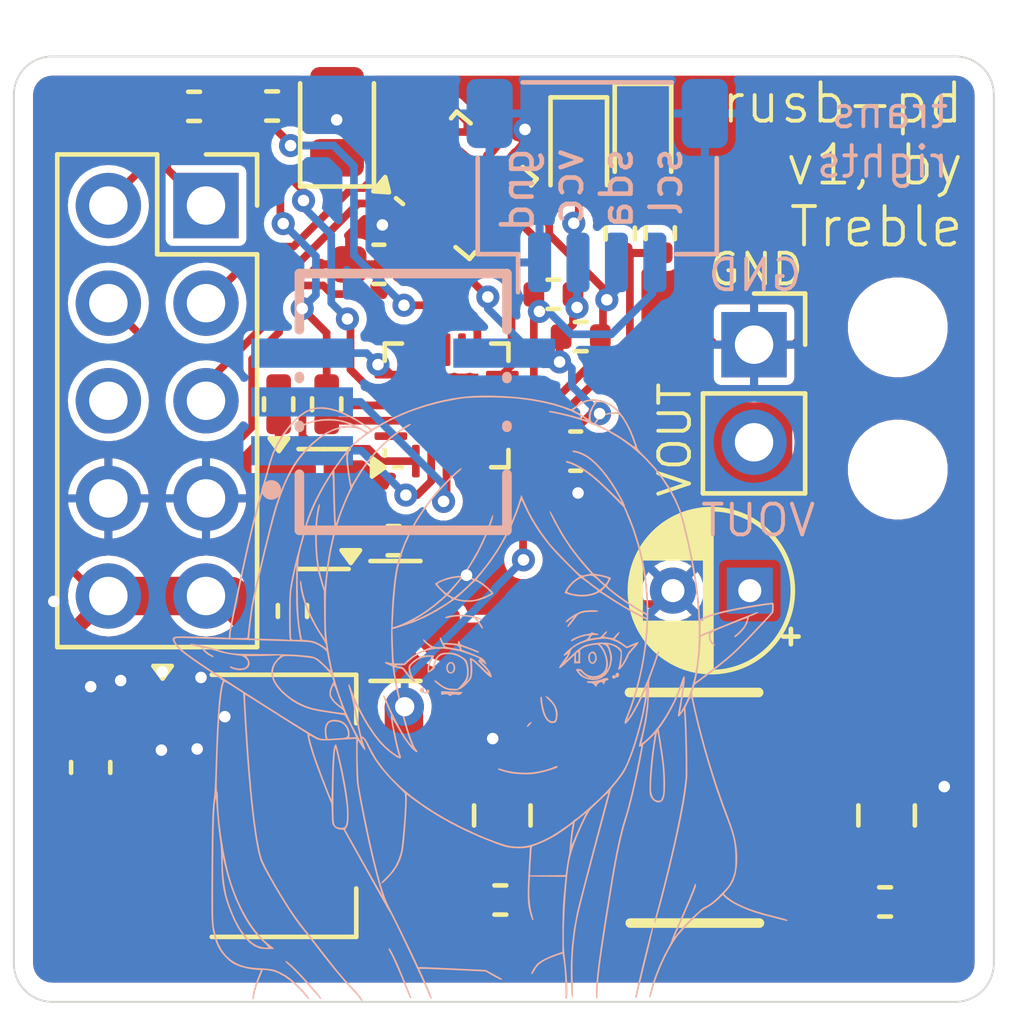
<source format=kicad_pcb>
(kicad_pcb (version 20240108) (generator "pcbnew") (generator_version "8.0")
  (layers (0 "F.Cu" signal) (31 "B.Cu" signal) (34 "B.Paste" user) (35 "F.Paste" user) (36 "B.SilkS" user "B.Silkscreen") (37 "F.SilkS" user "F.Silkscreen") (38 "B.Mask" user) (39 "F.Mask" user) (44 "Edge.Cuts" user))
  (net 0 "")
  (net 1 "GND")
  (net 2 "+3.3V")
  (net 3 "/CC2")
  (net 4 "/D+")
  (net 5 "/SBU2")
  (net 6 "/CC1")
  (net 7 "/SWIO")
  (net 8 "/TYPEC_VBUS")
  (net 9 "/D-")
  (net 10 "/F_SDA")
  (net 11 "/F_SCL")
  (net 12 "VBUS")
  (net 15 "/F_INT")
  (net 17 "/DPU")
  (net 19 "/VBUS_ADC")
  (net 22 "Net-(C1-Pad1)")
  (net 23 "Net-(C3-Pad1)")
  (net 25 "Net-(Q1-D)")
  (net 26 "Net-(Q1-G)")
  (net 27 "Net-(Q2-C)")
  (net 28 "Net-(Q2-B)")
  (net 29 "/VBUS_EN")
  (net 30 "Net-(D2-A)")
  (net 31 "/LED")
  (net 32 "Net-(D3-K)")
  (net 33 "/CFG2")
  (net 34 "/CFG3")
  (net 35 "/CFG1")
  (footprint "Connector_PinSocket_2.54mm:PinSocket_2x05_P2.54mm_Vertical" (layer "F.Cu") (at 138.5 103.98)
    (property "Reference" "J1" (hide yes))
    (property "Value" "Conn_02x05_Counter_Clockwise" (hide yes))
    (pad "1" thru_hole rect (at 0 0) (size 1.7 1.7) (drill 1) (layers "*.Cu" "*.Mask") (net 9 "/D-"))
    (pad "2" thru_hole oval (at -2.54 0) (size 1.7 1.7) (drill 1) (layers "*.Cu" "*.Mask") (net 4 "/D+"))
    (pad "3" thru_hole oval (at 0 2.54) (size 1.7 1.7) (drill 1) (layers "*.Cu" "*.Mask") (net 6 "/CC1"))
    (pad "4" thru_hole oval (at -2.54 2.54) (size 1.7 1.7) (drill 1) (layers "*.Cu" "*.Mask") (net 7 "/SWIO"))
    (pad "5" thru_hole oval (at 0 5.08) (size 1.7 1.7) (drill 1) (layers "*.Cu" "*.Mask") (net 3 "/CC2"))
    (pad "6" thru_hole oval (at -2.54 5.08) (size 1.7 1.7) (drill 1) (layers "*.Cu" "*.Mask") (net 5 "/SBU2"))
    (pad "7" thru_hole oval (at 0 7.62) (size 1.7 1.7) (drill 1) (layers "*.Cu" "*.Mask") (net 1 "GND"))
    (pad "8" thru_hole oval (at -2.54 7.62) (size 1.7 1.7) (drill 1) (layers "*.Cu" "*.Mask") (net 1 "GND"))
    (pad "9" thru_hole oval (at 0 10.16) (size 1.7 1.7) (drill 1) (layers "*.Cu" "*.Mask") (net 8 "/TYPEC_VBUS"))
    (pad "10" thru_hole oval (at -2.54 10.16) (size 1.7 1.7) (drill 1) (layers "*.Cu" "*.Mask") (net 8 "/TYPEC_VBUS"))
  )
  (footprint "Resistor_SMD:R_0402_1005Metric" (layer "F.Cu") (at 147.540007 106.290004)
    (property "Reference" "R2" (hide yes))
    (property "Value" "1K5" (hide yes))
    (pad "1" smd roundrect (at -0.51 0) (size 0.54 0.64) (layers "F.Cu" "F.Paste" "F.Mask") (net 11 "/F_SCL"))
    (pad "2" smd roundrect (at 0.51 0) (size 0.54 0.64) (layers "F.Cu" "F.Paste" "F.Mask") (net 2 "+3.3V"))
  )
  (footprint "Package_DFN_QFN:QFN-20-1EP_3x3mm_P0.4mm_EP1.65x1.65mm" (layer "F.Cu") (at 144.759998 109.179994 90)
    (property "Reference" "U4" (hide yes))
    (property "Value" "CH32V003FxUx" (hide yes))
    (pad "1" smd roundrect (at -1.450002 -0.800003 90) (size 0.85 0.2) (layers "F.Cu" "F.Paste" "F.Mask") (net 29 "/VBUS_EN"))
    (pad "2" smd roundrect (at -1.45 -0.4 90) (size 0.85 0.2) (layers "F.Cu" "F.Paste" "F.Mask") (net 35 "/CFG1"))
    (pad "3" smd roundrect (at -1.450006 0.000002 90) (size 0.85 0.2) (layers "F.Cu" "F.Paste" "F.Mask") (net 33 "/CFG2"))
    (pad "4" smd roundrect (at -1.450002 0.399999 90) (size 0.85 0.2) (layers "F.Cu" "F.Paste" "F.Mask") (net 1 "GND"))
    (pad "5" smd roundrect (at -1.450007 0.799996 90) (size 0.85 0.2) (layers "F.Cu" "F.Paste" "F.Mask"))
    (pad "6" smd roundrect (at -0.800003 1.450002 90) (size 0.2 0.85) (layers "F.Cu" "F.Paste" "F.Mask") (net 2 "+3.3V"))
    (pad "7" smd roundrect (at -0.4 1.45 90) (size 0.2 0.85) (layers "F.Cu" "F.Paste" "F.Mask") (net 31 "/LED"))
    (pad "8" smd roundrect (at 0.000002 1.450006 90) (size 0.2 0.85) (layers "F.Cu" "F.Paste" "F.Mask") (net 10 "/F_SDA"))
    (pad "9" smd roundrect (at 0.399999 1.450002 90) (size 0.2 0.85) (layers "F.Cu" "F.Paste" "F.Mask") (net 11 "/F_SCL"))
    (pad "10" smd roundrect (at 0.799996 1.450007 90) (size 0.2 0.85) (layers "F.Cu" "F.Paste" "F.Mask") (net 15 "/F_INT"))
    (pad "11" smd roundrect (at 1.450002 0.800003 90) (size 0.85 0.2) (layers "F.Cu" "F.Paste" "F.Mask") (net 19 "/VBUS_ADC"))
    (pad "12" smd roundrect (at 1.45 0.4 90) (size 0.85 0.2) (layers "F.Cu" "F.Paste" "F.Mask"))
    (pad "13" smd roundrect (at 1.450006 -0.000002 90) (size 0.85 0.2) (layers "F.Cu" "F.Paste" "F.Mask"))
    (pad "14" smd roundrect (at 1.450002 -0.399999 90) (size 0.85 0.2) (layers "F.Cu" "F.Paste" "F.Mask"))
    (pad "15" smd roundrect (at 1.450007 -0.799996 90) (size 0.85 0.2) (layers "F.Cu" "F.Paste" "F.Mask") (net 7 "/SWIO"))
    (pad "16" smd roundrect (at 0.800003 -1.450002 90) (size 0.2 0.85) (layers "F.Cu" "F.Paste" "F.Mask") (net 34 "/CFG3"))
    (pad "17" smd roundrect (at 0.4 -1.45 90) (size 0.2 0.85) (layers "F.Cu" "F.Paste" "F.Mask") (net 4 "/D+"))
    (pad "18" smd roundrect (at -0.000002 -1.450006 90) (size 0.2 0.85) (layers "F.Cu" "F.Paste" "F.Mask") (net 9 "/D-"))
    (pad "19" smd roundrect (at -0.399999 -1.450002 90) (size 0.2 0.85) (layers "F.Cu" "F.Paste" "F.Mask") (net 17 "/DPU"))
    (pad "20" smd roundrect (at -0.799996 -1.450007 90) (size 0.2 0.85) (layers "F.Cu" "F.Paste" "F.Mask"))
    (pad "21" smd rect (at 0 0 90) (size 1.65 1.65) (property pad_prop_heatsink) (layers "F.Cu" "F.Mask") (net 1 "GND"))
  )
  (footprint "Capacitor_SMD:C_0603_1608Metric" (layer "F.Cu") (at 143 105.51 180)
    (property "Reference" "C5" (hide yes))
    (property "Value" "100n")
    (pad "1" smd roundrect (at -0.775 0 180) (size 0.9 0.95) (layers "F.Cu" "F.Paste" "F.Mask") (net 2 "+3.3V"))
    (pad "2" smd roundrect (at 0.775 0 180) (size 0.9 0.95) (layers "F.Cu" "F.Paste" "F.Mask") (net 1 "GND"))
  )
  (footprint "Package_DFN_QFN:WQFN-14-1EP_2.5x2.5mm_P0.5mm_EP1.45x1.45mm" (layer "F.Cu") (at 145.190007 103.452504 50)
    (property "Reference" "U3" (hide yes))
    (property "Value" "FUSB302BMPX" (hide yes))
    (pad "1" smd roundrect (at -1.262501 -0.5 50) (size 0.675 0.25) (layers "F.Cu" "F.Paste" "F.Mask") (net 3 "/CC2"))
    (pad "2" smd roundrect (at -1.262501 -0.000001 50) (size 0.675 0.25) (layers "F.Cu" "F.Paste" "F.Mask"))
    (pad "3" smd roundrect (at -1.2625 0.499999 50) (size 0.675 0.25) (layers "F.Cu" "F.Paste" "F.Mask") (net 2 "+3.3V"))
    (pad "4" smd roundrect (at -0.75 1.2625 50) (size 0.25 0.675) (layers "F.Cu" "F.Paste" "F.Mask") (net 2 "+3.3V"))
    (pad "5" smd roundrect (at -0.250001 1.2625 50) (size 0.25 0.675) (layers "F.Cu" "F.Paste" "F.Mask") (net 15 "/F_INT"))
    (pad "6" smd roundrect (at 0.250001 1.262501 50) (size 0.25 0.675) (layers "F.Cu" "F.Paste" "F.Mask") (net 11 "/F_SCL"))
    (pad "7" smd roundrect (at 0.749999 1.262499 50) (size 0.25 0.675) (layers "F.Cu" "F.Paste" "F.Mask") (net 10 "/F_SDA"))
    (pad "8" smd roundrect (at 1.262501 0.5 50) (size 0.675 0.25) (layers "F.Cu" "F.Paste" "F.Mask") (net 1 "GND"))
    (pad "9" smd roundrect (at 1.262501 0.000001 50) (size 0.675 0.25) (layers "F.Cu" "F.Paste" "F.Mask") (net 1 "GND"))
    (pad "10" smd roundrect (at 1.2625 -0.499999 50) (size 0.675 0.25) (layers "F.Cu" "F.Paste" "F.Mask") (net 6 "/CC1"))
    (pad "11" smd roundrect (at 0.75 -1.2625 50) (size 0.25 0.675) (layers "F.Cu" "F.Paste" "F.Mask") (net 6 "/CC1"))
    (pad "12" smd roundrect (at 0.250001 -1.2625 50) (size 0.25 0.675) (layers "F.Cu" "F.Paste" "F.Mask"))
    (pad "13" smd roundrect (at -0.250001 -1.262501 50) (size 0.25 0.675) (layers "F.Cu" "F.Paste" "F.Mask"))
    (pad "14" smd roundrect (at -0.749999 -1.262499 50) (size 0.25 0.675) (layers "F.Cu" "F.Paste" "F.Mask") (net 3 "/CC2"))
    (pad "15" smd rect (at 0 0 50) (size 1.45 1.45) (property pad_prop_heatsink) (layers "F.Cu" "F.Mask") (net 1 "GND"))
  )
  (footprint "MountingHole:MountingHole_2.1mm" (layer "F.Cu") (at 156.5 110.85)
    (property "Reference" "REF**" (hide yes))
    (property "Value" "MountingHole_2.1mm" (hide yes))
    (pad "" np_thru_hole circle (at 0 0) (size 2.1 2.1) (drill 2.1) (layers "*.Cu" "*.Mask"))
  )
  (footprint "Capacitor_THT:CP_Radial_D4.0mm_P2.00mm" (layer "F.Cu") (at 152.65 114 180)
    (property "Reference" "C4" (hide yes))
    (property "Value" "C_Polarized_Small" (hide yes))
    (pad "1" thru_hole rect (at 0 0 180) (size 1.2 1.2) (drill 0.6) (layers "*.Cu" "*.Mask") (net 12 "VBUS"))
    (pad "2" thru_hole circle (at 2 0 180) (size 1.2 1.2) (drill 0.6) (layers "*.Cu" "*.Mask") (net 1 "GND"))
  )
  (footprint "Capacitor_SMD:C_0805_2012Metric" (layer "F.Cu") (at 146.21 119.85 90)
    (property "Reference" "C1" (hide yes))
    (property "Value" "11n" (hide yes))
    (pad "1" smd roundrect (at -0.949998 0.000002 90) (size 1 1.45) (layers "F.Cu" "F.Paste" "F.Mask") (net 22 "Net-(C1-Pad1)"))
    (pad "2" smd roundrect (at 0.949998 -0.000002 90) (size 1 1.45) (layers "F.Cu" "F.Paste" "F.Mask") (net 1 "GND"))
  )
  (footprint "Capacitor_SMD:C_0805_2012Metric" (layer "F.Cu") (at 156.21 119.85 90)
    (property "Reference" "C3" (hide yes))
    (property "Value" "11n" (hide yes))
    (pad "1" smd roundrect (at -0.949998 0.000002 90) (size 1 1.45) (layers "F.Cu" "F.Paste" "F.Mask") (net 23 "Net-(C3-Pad1)"))
    (pad "2" smd roundrect (at 0.949998 -0.000002 90) (size 1 1.45) (layers "F.Cu" "F.Paste" "F.Mask") (net 1 "GND"))
  )
  (footprint "Resistor_SMD:R_0402_1005Metric" (layer "F.Cu") (at 140.75 114.53 -90)
    (property "Reference" "R8" (hide yes))
    (property "Value" "1K5")
    (pad "1" smd roundrect (at -0.51 0 270) (size 0.54 0.64) (layers "F.Cu" "F.Paste" "F.Mask") (net 26 "Net-(Q1-G)"))
    (pad "2" smd roundrect (at 0.51 0 270) (size 0.54 0.64) (layers "F.Cu" "F.Paste" "F.Mask") (net 8 "/TYPEC_VBUS"))
  )
  (footprint "Library:IND-SMD_L6.0-W6.0_FNR60XXS" (layer "F.Cu") (at 151.21 119.650004)
    (property "Reference" "L1" (hide yes))
    (property "Value" "30u" (hide yes))
    (pad "1" smd rect (at -2.349996 0.009998) (size 2.5 5.7) (layers "F.Cu" "F.Paste" "F.Mask") (net 25 "Net-(Q1-D)"))
    (pad "2" smd rect (at 2.349996 -0.009998) (size 2.5 5.7) (layers "F.Cu" "F.Paste" "F.Mask") (net 12 "VBUS"))
  )
  (footprint "Resistor_SMD:R_0402_1005Metric" (layer "F.Cu") (at 150.32 104.7 -90)
    (property "Reference" "R11" (hide yes))
    (property "Value" "5.1K")
    (pad "1" smd roundrect (at -0.51 0 270) (size 0.54 0.64) (layers "F.Cu" "F.Paste" "F.Mask") (net 30 "Net-(D2-A)"))
    (pad "2" smd roundrect (at 0.51 0 270) (size 0.54 0.64) (layers "F.Cu" "F.Paste" "F.Mask") (net 31 "/LED"))
  )
  (footprint "Resistor_SMD:R_0402_1005Metric" (layer "F.Cu") (at 140.39 109.15 -90)
    (property "Reference" "R10" (hide yes))
    (property "Value" "1K5")
    (pad "1" smd roundrect (at -0.51 0 270) (size 0.54 0.64) (layers "F.Cu" "F.Paste" "F.Mask") (net 29 "/VBUS_EN"))
    (pad "2" smd roundrect (at 0.51 0 270) (size 0.54 0.64) (layers "F.Cu" "F.Paste" "F.Mask") (net 28 "Net-(Q2-B)"))
  )
  (footprint "Package_TO_SOT_SMD:SOT-23" (layer "F.Cu") (at 143.43 114.79)
    (property "Reference" "Q1" (hide yes))
    (property "Value" "AO3401")
    (pad "1" smd roundrect (at -0.9375 -0.95) (size 1.475 0.6) (layers "F.Cu" "F.Paste" "F.Mask") (net 26 "Net-(Q1-G)"))
    (pad "2" smd roundrect (at -0.9375 0.95) (size 1.475 0.6) (layers "F.Cu" "F.Paste" "F.Mask") (net 8 "/TYPEC_VBUS"))
    (pad "3" smd roundrect (at 0.9375 0) (size 1.475 0.6) (layers "F.Cu" "F.Paste" "F.Mask") (net 25 "Net-(Q1-D)"))
  )
  (footprint "Resistor_SMD:R_0402_1005Metric" (layer "F.Cu") (at 156.17 122.1 180)
    (property "Reference" "R6" (hide yes))
    (property "Value" "50" (hide yes))
    (pad "1" smd roundrect (at -0.51 0 180) (size 0.54 0.64) (layers "F.Cu" "F.Paste" "F.Mask") (net 23 "Net-(C3-Pad1)"))
    (pad "2" smd roundrect (at 0.51 0 180) (size 0.54 0.64) (layers "F.Cu" "F.Paste" "F.Mask") (net 12 "VBUS"))
  )
  (footprint "Resistor_SMD:R_0402_1005Metric" (layer "F.Cu") (at 149.28 104.71 -90)
    (property "Reference" "R12" (hide yes))
    (property "Value" "5.1K")
    (pad "1" smd roundrect (at -0.51 0 270) (size 0.54 0.64) (layers "F.Cu" "F.Paste" "F.Mask") (net 32 "Net-(D3-K)"))
    (pad "2" smd roundrect (at 0.51 0 270) (size 0.54 0.64) (layers "F.Cu" "F.Paste" "F.Mask") (net 31 "/LED"))
  )
  (footprint "Package_TO_SOT_SMD:SOT-223-3_TabPin2" (layer "F.Cu") (at 140.5 119.6)
    (property "Reference" "U1" (hide yes))
    (property "Value" "AMS1117-3.3" (hide yes))
    (pad "1" smd roundrect (at -3.15 -2.3) (size 2 1.5) (layers "F.Cu" "F.Paste" "F.Mask") (net 1 "GND"))
    (pad "2" smd roundrect (at -3.15 0) (size 2 1.5) (layers "F.Cu" "F.Paste" "F.Mask") (net 2 "+3.3V"))
    (pad "2" smd roundrect (at 3.15 0) (size 2 3.8) (layers "F.Cu" "F.Paste" "F.Mask") (net 2 "+3.3V"))
    (pad "3" smd roundrect (at -3.15 2.3) (size 2 1.5) (layers "F.Cu" "F.Paste" "F.Mask") (net 8 "/TYPEC_VBUS"))
  )
  (footprint "MountingHole:MountingHole_2.1mm" (layer "F.Cu") (at 156.5 107.15)
    (property "Reference" "REF**" (hide yes))
    (property "Value" "MountingHole_2.1mm" (hide yes))
    (pad "" np_thru_hole circle (at 0 0) (size 2.1 2.1) (drill 2.1) (layers "F&B.Cu" "*.Mask"))
  )
  (footprint "Capacitor_SMD:C_0603_1608Metric" (layer "F.Cu") (at 135.5 118.6 90)
    (property "Reference" "C2" (hide yes))
    (property "Value" "1u" (hide yes))
    (pad "1" smd roundrect (at -0.775 0.000002 90) (size 0.9 0.95) (layers "F.Cu" "F.Paste" "F.Mask") (net 2 "+3.3V"))
    (pad "2" smd roundrect (at 0.775 -0.000002 90) (size 0.9 0.95) (layers "F.Cu" "F.Paste" "F.Mask") (net 1 "GND"))
  )
  (footprint "LED_SMD:LED_0603_1608Metric" (layer "F.Cu") (at 148.2 102.65 -90)
    (property "Reference" "D3" (hide yes))
    (property "Value" "LED2")
    (pad "1" smd roundrect (at -0.7875 0 270) (size 0.875 0.95) (layers "F.Cu" "F.Paste" "F.Mask") (net 32 "Net-(D3-K)"))
    (pad "2" smd roundrect (at 0.7875 0 270) (size 0.875 0.95) (layers "F.Cu" "F.Paste" "F.Mask") (net 2 "+3.3V"))
  )
  (footprint "Package_TO_SOT_SMD:SOT-23" (layer "F.Cu") (at 141.56 111.8775)
    (property "Reference" "Q2" (hide yes))
    (property "Value" "BC847")
    (pad "1" smd roundrect (at -0.9375 -0.95) (size 1.475 0.6) (layers "F.Cu" "F.Paste" "F.Mask") (net 28 "Net-(Q2-B)"))
    (pad "2" smd roundrect (at -0.9375 0.95) (size 1.475 0.6) (layers "F.Cu" "F.Paste" "F.Mask") (net 1 "GND"))
    (pad "3" smd roundrect (at 0.9375 0) (size 1.475 0.6) (layers "F.Cu" "F.Paste" "F.Mask") (net 27 "Net-(Q2-C)"))
  )
  (footprint "Diode_SMD:D_0805_2012Metric" (layer "F.Cu") (at 141.91 101.8 90)
    (property "Reference" "D1" (hide yes))
    (property "Value" "3V6")
    (pad "1" smd roundrect (at -0.9375 0 90) (size 0.975 1.4) (layers "F.Cu" "F.Paste" "F.Mask") (net 19 "/VBUS_ADC"))
    (pad "2" smd roundrect (at 0.9375 0 90) (size 0.975 1.4) (layers "F.Cu" "F.Paste" "F.Mask") (net 1 "GND"))
  )
  (footprint "Resistor_SMD:R_0402_1005Metric" (layer "F.Cu") (at 140.22 101.39)
    (property "Reference" "R3" (hide yes))
    (property "Value" "1K5")
    (pad "1" smd roundrect (at -0.51 0) (size 0.54 0.64) (layers "F.Cu" "F.Paste" "F.Mask") (net 19 "/VBUS_ADC"))
    (pad "2" smd roundrect (at 0.51 0) (size 0.54 0.64) (layers "F.Cu" "F.Paste" "F.Mask") (net 1 "GND"))
  )
  (footprint "Resistor_SMD:R_0402_1005Metric" (layer "F.Cu") (at 148.25 107.39 180)
    (property "Reference" "R1" (hide yes))
    (property "Value" "1K5" (hide yes))
    (pad "1" smd roundrect (at -0.51 0 180) (size 0.54 0.64) (layers "F.Cu" "F.Paste" "F.Mask") (net 10 "/F_SDA"))
    (pad "2" smd roundrect (at 0.51 0 180) (size 0.54 0.64) (layers "F.Cu" "F.Paste" "F.Mask") (net 2 "+3.3V"))
  )
  (footprint "Resistor_SMD:R_0402_1005Metric" (layer "F.Cu") (at 141.64 109.15 90)
    (property "Reference" "R5" (hide yes))
    (property "Value" "1.5k" (hide yes))
    (pad "1" smd roundrect (at -0.510001 0 90) (size 0.54 0.64) (layers "F.Cu" "F.Paste" "F.Mask") (net 17 "/DPU"))
    (pad "2" smd roundrect (at 0.510001 0 90) (size 0.54 0.64) (layers "F.Cu" "F.Paste" "F.Mask") (net 9 "/D-"))
  )
  (footprint "Resistor_SMD:R_0402_1005Metric" (layer "F.Cu") (at 146.16 122.05)
    (property "Reference" "R7" (hide yes))
    (property "Value" "50" (hide yes))
    (pad "1" smd roundrect (at -0.51 0) (size 0.54 0.64) (layers "F.Cu" "F.Paste" "F.Mask") (net 22 "Net-(C1-Pad1)"))
    (pad "2" smd roundrect (at 0.51 0) (size 0.54 0.64) (layers "F.Cu" "F.Paste" "F.Mask") (net 25 "Net-(Q1-D)"))
  )
  (footprint "LED_SMD:LED_0603_1608Metric" (layer "F.Cu") (at 149.87 102.3 -90)
    (property "Reference" "D2" (hide yes))
    (property "Value" "LED1")
    (pad "1" smd roundrect (at -0.7875 0 270) (size 0.875 0.95) (layers "F.Cu" "F.Paste" "F.Mask") (net 1 "GND"))
    (pad "2" smd roundrect (at 0.7875 0 270) (size 0.875 0.95) (layers "F.Cu" "F.Paste" "F.Mask") (net 30 "Net-(D2-A)"))
  )
  (footprint "Capacitor_SMD:C_0603_1608Metric" (layer "F.Cu") (at 148.12 110.37)
    (property "Reference" "C6" (hide yes))
    (property "Value" "100n")
    (pad "1" smd roundrect (at -0.775 0) (size 0.9 0.95) (layers "F.Cu" "F.Paste" "F.Mask") (net 2 "+3.3V"))
    (pad "2" smd roundrect (at 0.775 0) (size 0.9 0.95) (layers "F.Cu" "F.Paste" "F.Mask") (net 1 "GND"))
  )
  (footprint "Resistor_SMD:R_0402_1005Metric" (layer "F.Cu") (at 138.19 101.4)
    (property "Reference" "R4" (hide yes))
    (property "Value" "15K")
    (pad "1" smd roundrect (at -0.51 0) (size 0.54 0.64) (layers "F.Cu" "F.Paste" "F.Mask") (net 8 "/TYPEC_VBUS"))
    (pad "2" smd roundrect (at 0.51 0) (size 0.54 0.64) (layers "F.Cu" "F.Paste" "F.Mask") (net 19 "/VBUS_ADC"))
  )
  (footprint "Resistor_SMD:R_0402_1005Metric" (layer "F.Cu") (at 143.38 112.7)
    (property "Reference" "R9" (hide yes))
    (property "Value" "4K7")
    (pad "1" smd roundrect (at -0.51 0) (size 0.54 0.64) (layers "F.Cu" "F.Paste" "F.Mask") (net 27 "Net-(Q2-C)"))
    (pad "2" smd roundrect (at 0.51 0) (size 0.54 0.64) (layers "F.Cu" "F.Paste" "F.Mask") (net 26 "Net-(Q1-G)"))
  )
  (footprint "Connector_PinSocket_2.54mm:PinSocket_1x02_P2.54mm_Vertical" (layer "F.Cu") (at 152.76 107.6)
    (property "Reference" "J2" (hide yes))
    (property "Value" "Conn_01x02" (hide yes))
    (pad "1" thru_hole rect (at 0 0) (size 1.7 1.7) (drill 1) (layers "*.Cu" "*.Mask") (net 1 "GND"))
    (pad "2" thru_hole oval (at 0 2.54) (size 1.7 1.7) (drill 1) (layers "*.Cu" "*.Mask") (net 12 "VBUS"))
  )
  (footprint "Connector_JST:JST_SH_SM04B-SRSS-TB_1x04-1MP_P1.00mm_Horizontal" (layer "B.Cu") (at 148.68 103.46)
    (property "Reference" "J3" (hide yes))
    (property "Value" "qwiic")
    (pad "1" smd roundrect (at -1.5 2) (size 0.6 1.55) (layers "B.Cu" "B.Paste" "B.Mask") (net 1 "GND"))
    (pad "2" smd roundrect (at -0.5 2) (size 0.6 1.55) (layers "B.Cu" "B.Paste" "B.Mask") (net 2 "+3.3V"))
    (pad "3" smd roundrect (at 0.5 2) (size 0.6 1.55) (layers "B.Cu" "B.Paste" "B.Mask") (net 10 "/F_SDA"))
    (pad "4" smd roundrect (at 1.5 2) (size 0.6 1.55) (layers "B.Cu" "B.Paste" "B.Mask") (net 11 "/F_SCL"))
    (pad "MP" smd roundrect (at -2.8 -1.875) (size 1.2 1.8) (layers "B.Cu" "B.Paste" "B.Mask") (roundrect_rratio 0.208333) (net 1 "GND"))
    (pad "MP" smd roundrect (at 2.8 -1.875) (size 1.2 1.8) (layers "B.Cu" "B.Paste" "B.Mask") (roundrect_rratio 0.208333) (net 1 "GND"))
  )
  (footprint "rusb-pd-second:SW-SMD_6P-P1.27_EU-03KS" (layer "B.Cu") (at 143.63 109.09 90)
    (property "Reference" "SW1" (hide yes))
    (property "Value" "SW_DIP_x03")
    (pad "1" smd rect (at -1.27 -2.63) (size 2.65 0.76) (layers "B.Cu" "B.Paste" "B.Mask") (net 35 "/CFG1"))
    (pad "2" smd rect (at 0 -2.63) (size 2.65 0.76) (layers "B.Cu" "B.Paste" "B.Mask") (net 33 "/CFG2"))
    (pad "3" smd rect (at 1.27 -2.63) (size 2.65 0.76) (layers "B.Cu" "B.Paste" "B.Mask") (net 34 "/CFG3"))
    (pad "4" smd rect (at 1.27 2.63) (size 2.65 0.76) (layers "B.Cu" "B.Paste" "B.Mask") (net 2 "+3.3V"))
    (pad "5" smd rect (at 0 2.63) (size 2.65 0.76) (layers "B.Cu" "B.Paste" "B.Mask") (net 1 "GND"))
    (pad "6" smd rect (at -1.27 2.63) (size 2.65 0.76) (layers "B.Cu" "B.Paste" "B.Mask") (net 1 "GND"))
  )
  (footprint "rusb-pd-second:frieren_4" (layer "B.Cu") (at 145.64 116.79 180)
    (property "Reference" "G***" (hide yes))
    (property "Value" "LOGO" (hide yes))
  )
  (gr_arc (start 159 123.7) (mid 158.707107 124.407107) (end 158 124.7) (stroke (width 0.05)) (layer "Edge.Cuts"))
  (gr_line (start 158 124.7) (end 134.5 124.7) (stroke (width 0.05)) (layer "Edge.Cuts"))
  (gr_line (start 133.5 123.7) (end 133.5 101.1) (stroke (width 0.05)) (layer "Edge.Cuts"))
  (gr_arc (start 133.5 101.1) (mid 133.792893 100.392893) (end 134.5 100.1) (stroke (width 0.05)) (layer "Edge.Cuts"))
  (gr_line (start 159 101.1) (end 159 123.7) (stroke (width 0.05)) (layer "Edge.Cuts"))
  (gr_arc (start 134.5 124.7) (mid 133.792893 124.407107) (end 133.5 123.7) (stroke (width 0.05)) (layer "Edge.Cuts"))
  (gr_line (start 134.5 100.1) (end 158 100.1) (stroke (width 0.05)) (layer "Edge.Cuts"))
  (gr_arc (start 158 100.1) (mid 158.707107 100.392893) (end 159 101.1) (stroke (width 0.05)) (layer "Edge.Cuts"))
  (gr_text "VOUT" (at 154.42 112.64 0) (layer "B.SilkS") (effects (font (size 0.8 0.8) (thickness 0.1)) (justify left bottom mirror)))
  (gr_text "GND" (at 154.07 106.26 0) (layer "B.SilkS") (effects (font (size 0.8 0.8) (thickness 0.1)) (justify left bottom mirror)))
  (gr_text "trans\nrights" (at 157.88 103.31 0) (layer "B.SilkS") (effects (font (size 0.8 0.8) (thickness 0.1)) (justify left bottom mirror)))
  (gr_text "gnd\nvcc\nsda\nscl" (at 150.94 102.41 90) (layer "B.SilkS") (effects (font (size 0.8 0.8) (thickness 0.12)) (justify left bottom mirror)))
  (gr_text "VOUT" (at 151.17 111.62 90) (layer "F.SilkS") (effects (font (size 0.8 0.8) (thickness 0.1)) (justify left bottom)))
  (gr_text "rusb-pd\nv1, by\nTreble\n" (at 158.27 105.12 0) (layer "F.SilkS") (effects (font (size 1 1) (thickness 0.1)) (justify right bottom)))
  (gr_text "GND" (at 151.53 106.11 0) (layer "F.SilkS") (effects (font (size 0.8 0.8) (thickness 0.1)) (justify left bottom)))
  (segment (start 135.5 116.5) (end 135.5 117.824998) (width 1) (layer "F.Cu") (net 1))
  (segment (start 137.35 117.3) (end 137.24 117.3) (width 1) (layer "F.Cu") (net 1))
  (segment (start 137.35 117.3) (end 137.35 118.14) (width 1) (layer "F.Cu") (net 1))
  (segment (start 146.486901 102) (end 146.001528 102.485373) (width 0.2) (layer "F.Cu") (net 1))
  (segment (start 150.3 114.35) (end 149.74 114.35) (width 0.2) (layer "F.Cu") (net 1))
  (segment (start 141.9 101.750001) (end 141.220001 101.750001) (width 0.2) (layer "F.Cu") (net 1))
  (segment (start 141.220001 101.750001) (end 140.86 101.39) (width 0.2) (layer "F.Cu") (net 1))
  (segment (start 134.2 113.94) (end 134.2 112.45) (width 0.2) (layer "F.Cu") (net 1))
  (segment (start 153.79 107.6) (end 154.06 107.33) (width 0.2) (layer "F.Cu") (net 1))
  (segment (start 140.73 100.9) (end 140.7675 100.8625) (width 0.2) (layer "F.Cu") (net 1))
  (segment (start 137.35 116.12) (end 137.36 116.11) (width 1) (layer "F.Cu") (net 1))
  (segment (start 152.76 107.6) (end 153.79 107.6) (width 0.2) (layer "F.Cu") (net 1))
  (segment (start 152.76 107.6) (end 151.75 107.6) (width 0.2) (layer "F.Cu") (net 1))
  (segment (start 156.209998 118.900002) (end 157.510002 118.900002) (width 1) (layer "F.Cu") (net 1))
  (segment (start 140.73 101.39) (end 140.73 100.9) (width 0.2) (layer "F.Cu") (net 1))
  (segment (start 151.75 107.6) (end 151.45 107.3) (width 0.2) (layer "F.Cu") (net 1))
  (segment (start 137.35 117.3) (end 137.35 116.12) (width 1) (layer "F.Cu") (net 1))
  (segment (start 144.875968 109.708739) (end 145.159997 109.992768) (width 0.2) (layer "F.Cu") (net 1))
  (segment (start 146.209998 118.900002) (end 146.209998 118.099998) (width 1) (layer "F.Cu") (net 1))
  (segment (start 134.54 114.28) (end 134.2 113.94) (width 0.2) (layer "F.Cu") (net 1))
  (segment (start 146.8 102) (end 146.486901 102) (width 0.2) (layer "F.Cu") (net 1))
  (segment (start 137.35 117.3) (end 138.97 117.3) (width 1) (layer "F.Cu") (net 1))
  (segment (start 146.8 102.391315) (end 146.384549 102.806766) (width 0.2) (layer "F.Cu") (net 1))
  (segment (start 137.35 117.3) (end 137.35 117.28) (width 1) (layer "F.Cu") (net 1))
  (segment (start 137.35 118.14) (end 137.34 118.15) (width 1) (layer "F.Cu") (net 1))
  (segment (start 137.45 117.3) (end 138.27 118.12) (width 1) (layer "F.Cu") (net 1))
  (segment (start 146.209998 118.099998) (end 145.96 117.85) (width 1) (layer "F.Cu") (net 1))
  (segment (start 140.7675 100.8625) (end 141.91 100.8625) (width 0.2) (layer "F.Cu") (net 1))
  (segment (start 135.5 117.824998) (end 135.499998 117.825) (width 1) (layer "F.Cu") (net 1))
  (segment (start 157.510002 118.900002) (end 157.71 119.1) (width 1) (layer "F.Cu") (net 1))
  (segment (start 137.35 117.28) (end 138.37 116.26) (width 1) (layer "F.Cu") (net 1))
  (segment (start 137.35 117.3) (end 137.45 117.3) (width 1) (layer "F.Cu") (net 1))
  (segment (start 135.499998 117.825) (end 136.825 117.825) (width 1) (layer "F.Cu") (net 1))
  (segment (start 140.86 101.39) (end 140.73 101.39) (width 0.2) (layer "F.Cu") (net 1))
  (segment (start 150.65 114) (end 150.3 114.35) (width 0.2) (layer "F.Cu") (net 1))
  (segment (start 137.24 117.3) (end 136.28 116.34) (width 1) (layer "F.Cu") (net 1))
  (segment (start 145.159997 109.992768) (end 145.159997 110.629996) (width 0.2) (layer "F.Cu") (net 1))
  (segment (start 137.35 117.3) (end 136.27 117.3) (width 1) (layer "F.Cu") (net 1))
  (segment (start 146.8 102) (end 146.8 102.391315) (width 0.2) (layer "F.Cu") (net 1))
  (segment (start 136.825 117.825) (end 137.35 117.3) (width 1) (layer "F.Cu") (net 1))
  (segment (start 138.97 117.3) (end 138.99 117.28) (width 1) (layer "F.Cu") (net 1))
  (segment (start 136.27 117.3) (end 135.89 116.92) (width 1) (layer "F.Cu") (net 1))
  (via (at 134.54 114.28) (size 0.6) (drill 0.3) (layers "F.Cu" "B.Cu") (net 1))
  (via (at 137.36 116.11) (size 0.6) (drill 0.3) (layers "F.Cu" "B.Cu") (net 1))
  (via (at 141.9 101.750001) (size 0.6) (drill 0.3) (layers "F.Cu" "B.Cu") (net 1))
  (via (at 136.28 116.34) (size 0.6) (drill 0.3) (layers "F.Cu" "B.Cu") (net 1))
  (via (at 138.27 118.12) (size 0.6) (drill 0.3) (layers "F.Cu" "B.Cu") (net 1))
  (via (at 135.5 116.5) (size 0.6) (drill 0.3) (layers "F.Cu" "B.Cu") (net 1))
  (via (at 138.37 116.26) (size 0.6) (drill 0.3) (layers "F.Cu" "B.Cu") (net 1))
  (via (at 146.8 102) (size 0.6) (drill 0.3) (layers "F.Cu" "B.Cu") (net 1))
  (via (at 137.34 118.15) (size 0.6) (drill 0.3) (layers "F.Cu" "B.Cu") (net 1))
  (via (at 145.28 113.6) (size 0.6) (drill 0.3) (layers "F.Cu" "B.Cu") (net 1))
  (via (at 143.09 104.485) (size 0.6) (drill 0.3) (layers "F.Cu" "B.Cu") (net 1))
  (via (at 138.99 117.28) (size 0.6) (drill 0.3) (layers "F.Cu" "B.Cu") (net 1))
  (via (at 157.71 119.1) (size 0.6) (drill 0.3) (layers "F.Cu" "B.Cu") (net 1))
  (via (at 148.18 111.46) (size 0.6) (drill 0.3) (layers "F.Cu" "B.Cu") (net 1))
  (via (at 145.96 117.85) (size 0.6) (drill 0.3) (layers "F.Cu" "B.Cu") (net 1))
  (segment (start 137.125 119.375) (end 137.35 119.6) (width 1) (layer "F.Cu") (net 2))
  (segment (start 145.164817 105.69) (end 144.268557 105.69) (width 0.2) (layer "F.Cu") (net 2))
  (segment (start 148.2 104.31) (end 148.2 103.4375) (width 0.2) (layer "F.Cu") (net 2))
  (segment (start 148.524997 109.395) (end 148.74118 109.395) (width 0.2) (layer "F.Cu") (net 2))
  (segment (start 148.07 104.44) (end 148.2 104.31) (width 0.2) (layer "F.Cu") (net 2))
  (segment (start 135.500002 119.375) (end 137.125 119.375) (width 1) (layer "F.Cu") (net 2))
  (segment (start 143.67 117.02) (end 143.65 117.04) (width 1) (layer "F.Cu") (net 2))
  (segment (start 144.268557 105.69) (end 145.12 104.838557) (width 0.2) (layer "F.Cu") (net 2))
  (segment (start 147.94 109.979997) (end 148.524997 109.395) (width 0.2) (layer "F.Cu") (net 2))
  (segment (start 146.75 113.19) (end 146.75 110.965) (width 0.2) (layer "F.Cu") (net 2))
  (segment (start 145.12 104.838557) (end 145.190007 104.838557) (width 0.2) (layer "F.Cu") (net 2))
  (segment (start 147.7 108.05) (end 147.7 107.43) (width 0.2) (layer "F.Cu") (net 2))
  (segment (start 143.65 117.04) (end 143.65 119.6) (width 1) (layer "F.Cu") (net 2))
  (segment (start 148.050007 106.525681) (end 148.050007 106.290004) (width 0.2) (layer "F.Cu") (net 2))
  (segment (start 148.155261 106.630935) (end 148.050007 106.525681) (width 0.2) (layer "F.Cu") (net 2))
  (segment (start 137.35 119.6) (end 143.65 119.6) (width 1) (layer "F.Cu") (net 2))
  (segment (start 144.859038 104.838557) (end 145.12 104.838557) (width 0.2) (layer "F.Cu") (net 2))
  (segment (start 144.761509 104.741028) (end 144.859038 104.838557) (width 0.2) (layer "F.Cu") (net 2))
  (segment (start 148.050007 106.290004) (end 148.050007 107.079993) (width 0.2) (layer "F.Cu") (net 2))
  (segment (start 147.7 107.43) (end 147.74 107.39) (width 0.2) (layer "F.Cu") (net 2))
  (segment (start 148.050007 107.079993) (end 147.74 107.39) (width 0.2) (layer "F.Cu") (net 2))
  (segment (start 145.834047 106.35923) (end 145.164817 105.69) (width 0.2) (layer "F.Cu") (net 2))
  (segment (start 146.21 109.979997) (end 147.94 109.979997) (width 0.2) (layer "F.Cu") (net 2))
  (segment (start 145.190007 104.838557) (end 145.675047 104.838557) (width 0.2) (layer "F.Cu") (net 2))
  (segment (start 146.76 113.2) (end 146.75 113.19) (width 0.2) (layer "F.Cu") (net 2))
  (segment (start 146.75 110.965) (end 147.345 110.37) (width 0.2) (layer "F.Cu") (net 2))
  (via (at 148.74118 109.395) (size 0.6) (drill 0.3) (layers "F.Cu" "B.Cu") (net 2))
  (via (at 148.155261 106.630935) (size 0.6) (drill 0.3) (layers "F.Cu" "B.Cu") (net 2))
  (via (at 146.76 113.2) (size 0.6) (drill 0.3) (layers "F.Cu" "B.Cu") (net 2))
  (via (at 143.67 117.02) (size 1) (drill 0.5) (layers "F.Cu" "B.Cu") (net 2))
  (via (at 148.07 104.44) (size 0.6) (drill 0.3) (layers "F.Cu" "B.Cu") (net 2))
  (via (at 147.7 108.05) (size 0.6) (drill 0.3) (layers "F.Cu" "B.Cu") (net 2))
  (via (at 145.834047 106.35923) (size 0.6) (drill 0.3) (layers "F.Cu" "B.Cu") (net 2))
  (segment (start 146.76 113.2) (end 146.02 113.94) (width 0.2) (layer "B.Cu") (net 2))
  (segment (start 146.02 113.94) (end 146.02 113.97) (width 0.2) (layer "B.Cu") (net 2))
  (segment (start 145.834047 106.35923) (end 145.834047 106.664047) (width 0.2) (layer "B.Cu") (net 2))
  (segment (start 148.74118 109.395) (end 148.02 108.67382) (width 0.2) (layer "B.Cu") (net 2))
  (segment (start 148.02 108.22) (end 147.85 108.05) (width 0.2) (layer "B.Cu") (net 2))
  (segment (start 147.28 108.11) (end 147.64 108.11) (width 0.2) (layer "B.Cu") (net 2))
  (segment (start 148.155261 105.484739) (end 148.18 105.46) (width 0.2) (layer "B.Cu") (net 2))
  (segment (start 148.187285 104.617149) (end 148.187285 104.557285) (width 0.2) (layer "B.Cu") (net 2))
  (segment (start 146.02 113.97) (end 143.67 116.32) (width 0.2) (layer "B.Cu") (net 2))
  (segment (start 145.834047 106.664047) (end 147.28 108.11) (width 0.2) (layer "B.Cu") (net 2))
  (segment (start 148.155261 106.630935) (end 148.155261 105.484739) (width 0.2) (layer "B.Cu") (net 2))
  (segment (start 148.187285 104.557285) (end 148.07 104.44) (width 0.2) (layer "B.Cu") (net 2))
  (segment (start 147.85 108.05) (end 147.7 108.05) (width 0.2) (layer "B.Cu") (net 2))
  (segment (start 148.02 108.67382) (end 148.02 108.22) (width 0.2) (layer "B.Cu") (net 2))
  (segment (start 143.67 116.32) (end 143.67 117.02) (width 0.2) (layer "B.Cu") (net 2))
  (segment (start 147.64 108.11) (end 147.7 108.05) (width 0.2) (layer "B.Cu") (net 2))
  (segment (start 142.460686 103.925) (end 140.725686 105.66) (width 0.2) (layer "F.Cu") (net 3))
  (segment (start 138.5 108.61) (end 138.5 109.06) (width 0.2) (layer "F.Cu") (net 3))
  (segment (start 140.59005 105.66) (end 140 106.25005) (width 0.2) (layer "F.Cu") (net 3))
  (segment (start 143.740786 103.843563) (end 143.740786 103.215518) (width 0.2) (layer "F.Cu") (net 3))
  (segment (start 142.763917 103.925) (end 142.460686 103.925) (width 0.2) (layer "F.Cu") (net 3))
  (segment (start 140 106.25005) (end 140 107.11) (width 0.2) (layer "F.Cu") (net 3))
  (segment (start 143.740786 103.843563) (end 143.699349 103.885) (width 0.2) (layer "F.Cu") (net 3))
  (segment (start 143.699349 103.885) (end 142.803918 103.885) (width 0.2) (layer "F.Cu") (net 3))
  (segment (start 143.995465 104.098242) (end 143.740786 103.843563) (width 0.2) (layer "F.Cu") (net 3))
  (segment (start 142.803918 103.885) (end 142.763917 103.925) (width 0.2) (layer "F.Cu") (net 3))
  (segment (start 140.725686 105.66) (end 140.59005 105.66) (width 0.2) (layer "F.Cu") (net 3))
  (segment (start 140 107.11) (end 138.5 108.61) (width 0.2) (layer "F.Cu") (net 3))
  (segment (start 142.788639 108.779994) (end 143.309998 108.779994) (width 0.2) (layer "F.Cu") (net 4))
  (segment (start 141.037843 103.607843) (end 139.79 102.36) (width 0.2) (layer "F.Cu") (net 4))
  (segment (start 137.09 102.714314) (end 137.09 102.76) (width 0.2) (layer "F.Cu") (net 4))
  (segment (start 135.96 103.89) (end 135.96 103.98) (width 0.2) (layer "F.Cu") (net 4))
  (segment (start 142.26 108.25) (end 142.36 108.35) (width 0.2) (layer "F.Cu") (net 4))
  (segment (start 139.79 102.36) (end 137.444315 102.36) (width 0.2) (layer "F.Cu") (net 4))
  (segment (start 142.18 106.93) (end 142.26 107.01) (width 0.2) (layer "F.Cu") (net 4))
  (segment (start 142.36 108.351355) (end 142.788639 108.779994) (width 0.2) (layer "F.Cu") (net 4))
  (segment (start 137.444315 102.36) (end 137.09 102.714314) (width 0.2) (layer "F.Cu") (net 4))
  (segment (start 142.36 108.35) (end 142.36 108.351355) (width 0.2) (layer "F.Cu") (net 4))
  (segment (start 142.26 107.01) (end 142.26 108.25) (width 0.2) (layer "F.Cu") (net 4))
  (segment (start 141.037843 103.848846) (end 141.037843 103.607843) (width 0.2) (layer "F.Cu") (net 4))
  (segment (start 137.09 102.76) (end 135.96 103.89) (width 0.2) (layer "F.Cu") (net 4))
  (via (at 142.18 106.93) (size 0.6) (drill 0.3) (layers "F.Cu" "B.Cu") (net 4))
  (via (at 141.037843 103.848846) (size 0.6) (drill 0.3) (layers "F.Cu" "B.Cu") (net 4))
  (segment (start 141.76 106.51) (end 141.76 104.744314) (width 0.2) (layer "B.Cu") (net 4))
  (segment (start 141.76 104.744314) (end 141.037843 104.022157) (width 0.2) (layer "B.Cu") (net 4))
  (segment (start 141.037843 104.022157) (end 141.037843 103.848846) (width 0.2) (layer "B.Cu") (net 4))
  (segment (start 142.18 106.93) (end 141.76 106.51) (width 0.2) (layer "B.Cu") (net 4))
  (segment (start 145.3 101.8) (end 144.95 101.45) (width 0.2) (layer "F.Cu") (net 6))
  (segment (start 145.3 102.066451) (end 144.704967 102.066451) (width 0.2) (layer "F.Cu") (net 6))
  (segment (start 145.618505 102.16398) (end 145.520976 102.066451) (width 0.2) (layer "F.Cu") (net 6))
  (segment (start 144.95 101.45) (end 144.44 101.45) (width 0.2) (layer "F.Cu") (net 6))
  (segment (start 142.93 102.96) (end 142.93 103.193232) (width 0.2) (layer "F.Cu") (net 6))
  (segment (start 139.97 105.05) (end 138.5 106.52) (width 0.2) (layer "F.Cu") (net 6))
  (segment (start 145.3 102.066451) (end 145.3 101.8) (width 0.2) (layer "F.Cu") (net 6))
  (segment (start 140.77 105.05) (end 139.97 105.05) (width 0.2) (layer "F.Cu") (net 6))
  (segment (start 145.520976 102.066451) (end 145.3 102.066451) (width 0.2) (layer "F.Cu") (net 6))
  (segment (start 142.295 103.525) (end 140.77 105.05) (width 0.2) (layer "F.Cu") (net 6))
  (segment (start 142.598232 103.525) (end 142.295 103.525) (width 0.2) (layer "F.Cu") (net 6))
  (segment (start 144.44 101.45) (end 142.93 102.96) (width 0.2) (layer "F.Cu") (net 6))
  (segment (start 142.93 103.193232) (end 142.598232 103.525) (width 0.2) (layer "F.Cu") (net 6))
  (segment (start 137.21 109.74) (end 137.21 107.77) (width 0.2) (layer "F.Cu") (net 7))
  (segment (start 142.512668 106.285) (end 141.776304 106.285) (width 0.2) (layer "F.Cu") (net 7))
  (segment (start 143.960002 107.729987) (end 143.960002 107.410002) (width 0.2) (layer "F.Cu") (net 7))
  (segment (start 140.4 106.415736) (end 140.4 107.275686) (width 0.2) (layer "F.Cu") (net 7))
  (segment (start 143.402669 107.175) (end 142.512668 106.285) (width 0.2) (layer "F.Cu") (net 7))
  (segment (start 140.4 107.275686) (end 139.7 107.975686) (width 0.2) (layer "F.Cu") (net 7))
  (segment (start 140.755736 106.06) (end 140.4 106.415736) (width 0.2) (layer "F.Cu") (net 7))
  (segment (start 141.551304 106.06) (end 140.755736 106.06) (width 0.2) (layer "F.Cu") (net 7))
  (segment (start 141.776304 106.285) (end 141.551304 106.06) (width 0.2) (layer "F.Cu") (net 7))
  (segment (start 143.725 107.175) (end 143.402669 107.175) (width 0.2) (layer "F.Cu") (net 7))
  (segment (start 139.13 110.31) (end 137.78 110.31) (width 0.2) (layer "F.Cu") (net 7))
  (segment (start 137.78 110.31) (end 137.21 109.74) (width 0.2) (layer "F.Cu") (net 7))
  (segment (start 143.960002 107.410002) (end 143.725 107.175) (width 0.2) (layer "F.Cu") (net 7))
  (segment (start 139.7 107.975686) (end 139.7 109.74) (width 0.2) (layer "F.Cu") (net 7))
  (segment (start 137.21 107.77) (end 135.96 106.52) (width 0.2) (layer "F.Cu") (net 7))
  (segment (start 139.7 109.74) (end 139.13 110.31) (width 0.2) (layer "F.Cu") (net 7))
  (segment (start 134.68 113.13) (end 135.69 114.14) (width 0.2) (layer "F.Cu") (net 8))
  (segment (start 134.68 102.78) (end 134.68 113.13) (width 0.2) (layer "F.Cu") (net 8))
  (segment (start 137.68 101.4) (end 137.65 101.43) (width 0.2) (layer "F.Cu") (net 8))
  (segment (start 135.96 114.14) (end 134.7 115.4) (width 0.4) (layer "F.Cu") (net 8))
  (segment (start 137.65 101.43) (end 136.03 101.43) (width 0.2) (layer "F.Cu") (net 8))
  (segment (start 136.03 101.43) (end 134.68 102.78) (width 0.2) (layer "F.Cu") (net 8))
  (segment (start 134.7 115.4) (end 134.7 115.47) (width 0.4) (layer "F.Cu") (net 8))
  (segment (start 138.5 114.14) (end 139.14 114.14) (width 1) (layer "F.Cu") (net 8))
  (segment (start 134.7 115.47) (end 134.6 115.57) (width 0.4) (layer "F.Cu") (net 8))
  (segment (start 140.74 115.74) (end 142.2725 115.74) (width 1) (layer "F.Cu") (net 8))
  (segment (start 135.69 114.14) (end 135.96 114.14) (width 0.2) (layer "F.Cu") (net 8))
  (segment (start 135.96 114.14) (end 138.5 114.14) (width 1) (layer "F.Cu") (net 8))
  (segment (start 137.35 121.9) (end 136.35 121.9) (width 0.4) (layer "F.Cu") (net 8))
  (segment (start 134.6 120.15) (end 134.6 115.57) (width 0.4) (layer "F.Cu") (net 8))
  (segment (start 136.35 121.9) (end 134.6 120.15) (width 0.4) (layer "F.Cu") (net 8))
  (segment (start 139.14 114.14) (end 140.74 115.74) (width 1) (layer "F.Cu") (net 8))
  (segment (start 140.435 103.705) (end 139.49 102.76) (width 0.2) (layer "F.Cu") (net 9))
  (segment (start 137.49 102.88) (end 137.49 103.03) (width 0.2) (layer "F.Cu") (net 9))
  (segment (start 141.004265 106.66) (end 141.64 107.295735) (width 0.2) (layer "F.Cu") (net 9))
  (segment (start 139.49 102.76) (end 137.61 102.76) (width 0.2) (layer "F.Cu") (net 9))
  (segment (start 143.309992 109.179996) (end 142.179997 109.179996) (width 0.2) (layer "F.Cu") (net 9))
  (segment (start 140.51 104.45) (end 140.435 104.375) (width 0.2) (layer "F.Cu") (net 9))
  (segment (start 140.435 104.375) (end 140.435 103.705) (width 0.2) (layer "F.Cu") (net 9))
  (segment (start 137.61 102.76) (end 137.49 102.88) (width 0.2) (layer "F.Cu") (net 9))
  (segment (start 137.49 103.03) (end 138.44 103.98) (width 0.2) (layer "F.Cu") (net 9))
  (segment (start 142.179997 109.179996) (end 141.64 108.639999) (width 0.2) (layer "F.Cu") (net 9))
  (segment (start 138.44 103.98) (end 138.5 103.98) (width 0.2) (layer "F.Cu") (net 9))
  (segment (start 141.64 107.295735) (end 141.64 108.639999) (width 0.2) (layer "F.Cu") (net 9))
  (via (at 141.004265 106.66) (size 0.6) (drill 0.3) (layers "F.Cu" "B.Cu") (net 9))
  (via (at 140.51 104.45) (size 0.6) (drill 0.3) (layers "F.Cu" "B.Cu") (net 9))
  (segment (start 141.004265 106.66) (end 141.36 106.304265) (width 0.2) (layer "B.Cu") (net 9))
  (segment (start 141.36 106.304265) (end 141.36 105.3) (width 0.2) (layer "B.Cu") (net 9))
  (segment (start 141.36 105.3) (end 140.51 104.45) (width 0.2) (layer "B.Cu") (net 9))
  (segment (start 147.440008 109.179992) (end 148.830007 107.789993) (width 0.2) (layer "F.Cu") (net 10))
  (segment (start 146.210004 109.179992) (end 147.440008 109.179992) (width 0.2) (layer "F.Cu") (net 10))
  (segment (start 147.430007 104.480269) (end 146.639228 103.68949) (width 0.2) (layer "F.Cu") (net 10))
  (segment (start 148.830007 107.789993) (end 148.830007 106.130007) (width 0.2) (layer "F.Cu") (net 10))
  (segment (start 148.830007 106.130007) (end 147.430007 104.730007) (width 0.2) (layer "F.Cu") (net 10))
  (segment (start 147.430007 104.730007) (end 147.430007 104.480269) (width 0.2) (layer "F.Cu") (net 10))
  (via (at 148.93 106.431473) (size 0.6) (drill 0.3) (layers "F.Cu" "B.Cu") (net 10))
  (segment (start 149.18 106.181473) (end 149.18 105.46) (width 0.2) (layer "B.Cu") (net 10))
  (segment (start 148.93 106.431473) (end 149.18 106.181473) (width 0.2) (layer "B.Cu") (net 10))
  (segment (start 147.030007 104.784683) (end 146.317836 104.072512) (width 0.2) (layer "F.Cu") (net 11))
  (segment (start 147.030007 106.290004) (end 147.030007 108.519993) (width 0.2) (layer "F.Cu") (net 11))
  (segment (start 146.770005 108.779995) (end 146.21 108.779995) (width 0.2) (layer "F.Cu") (net 11))
  (segment (start 147.030007 106.290004) (end 147.030007 104.784683) (width 0.2) (layer "F.Cu") (net 11))
  (segment (start 147.030007 108.519993) (end 146.770005 108.779995) (width 0.2) (layer "F.Cu") (net 11))
  (via (at 147.17555 106.735) (size 0.6) (drill 0.3) (layers "F.Cu" "B.Cu") (net 11))
  (segment (start 148.19 107.33) (end 148.005797 107.33) (width 0.2) (layer "B.Cu") (net 11))
  (segment (start 148.005797 107.33) (end 147.410797 106.735) (width 0.2) (layer "B.Cu") (net 11))
  (segment (start 149.048529 107.33) (end 148.19 107.33) (width 0.2) (layer "B.Cu") (net 11))
  (segment (start 147.410797 106.735) (end 147.17555 106.735) (width 0.2) (layer "B.Cu") (net 11))
  (segment (start 150.12 106.258529) (end 149.048529 107.33) (width 0.2) (layer "B.Cu") (net 11))
  (segment (start 155.66 122.1) (end 155.390001 122.1) (width 1) (layer "F.Cu") (net 12))
  (segment (start 153.559996 120.269995) (end 153.559996 119.640006) (width 1) (layer "F.Cu") (net 12))
  (segment (start 155.390001 122.1) (end 153.559996 120.269995) (width 1) (layer "F.Cu") (net 12))
  (segment (start 146.210005 108.379998) (end 146.45 108.140003) (width 0.2) (layer "F.Cu") (net 15))
  (segment (start 146.45 108.140003) (end 146.45 104.909094) (width 0.2) (layer "F.Cu") (net 15))
  (segment (start 146.45 104.909094) (end 145.996441 104.455535) (width 0.2) (layer "F.Cu") (net 15))
  (segment (start 141.720011 109.57999) (end 143.309996 109.57999) (width 0.2) (layer "F.Cu") (net 17))
  (segment (start 141.64 109.660001) (end 141.720011 109.57999) (width 0.2) (layer "F.Cu") (net 17))
  (segment (start 140.7 102.42) (end 141.715 102.42) (width 0.2) (layer "F.Cu") (net 19))
  (segment (start 140.62 102.3) (end 139.71 101.39) (width 0.2) (layer "F.Cu") (net 19))
  (segment (start 144.926364 106.575) (end 145.560001 107.208637) (width 0.2) (layer "F.Cu") (net 19))
  (segment (start 140.62 102.34) (end 140.62 102.3) (width 0.2) (layer "F.Cu") (net 19))
  (segment (start 139.7 101.4) (end 139.71 101.39) (width 0.2) (layer "F.Cu") (net 19))
  (segment (start 141.715 102.42) (end 142 102.705) (width 0.2) (layer "F.Cu") (net 19))
  (segment (start 140.7 102.42) (end 140.62 102.34) (width 0.2) (layer "F.Cu") (net 19))
  (segment (start 143.651198 106.575) (end 144.926364 106.575) (width 0.2) (layer "F.Cu") (net 19))
  (segment (start 145.560001 107.208637) (end 145.560001 107.729992) (width 0.2) (layer "F.Cu") (net 19))
  (segment (start 138.7 101.4) (end 139.7 101.4) (width 0.2) (layer "F.Cu") (net 19))
  (via (at 143.651198 106.575) (size 0.6) (drill 0.3) (layers "F.Cu" "B.Cu") (net 19))
  (via (at 140.7 102.42) (size 0.6) (drill 0.3) (layers "F.Cu" "B.Cu") (net 19))
  (segment (start 141.82 102.42) (end 140.7 102.42) (width 0.2) (layer "B.Cu") (net 19))
  (segment (start 143.651198 106.575) (end 142.35 105.273802) (width 0.2) (layer "B.Cu") (net 19))
  (segment (start 142.35 105.273802) (end 142.35 102.95) (width 0.2) (layer "B.Cu") (net 19))
  (segment (start 142.35 102.95) (end 141.82 102.42) (width 0.2) (layer "B.Cu") (net 19))
  (segment (start 145.65 122.05) (end 145.65 121.36) (width 0.4) (layer "F.Cu") (net 22))
  (segment (start 145.65 121.36) (end 146.210002 120.799998) (width 0.4) (layer "F.Cu") (net 22))
  (segment (start 156.68 122.1) (end 156.68 121.269996) (width 0.4) (layer "F.Cu") (net 23))
  (segment (start 156.68 121.269996) (end 156.210002 120.799998) (width 0.4) (layer "F.Cu") (net 23))
  (segment (start 148.860004 120.225426) (end 148.860004 119.660002) (width 1) (layer "F.Cu") (net 25))
  (segment (start 146.67 122.05) (end 147.03543 122.05) (width 1) (layer "F.Cu") (net 25))
  (segment (start 148.860004 119.660002) (end 148.860004 117.300004) (width 1) (layer "F.Cu") (net 25))
  (segment (start 144.66 115.33) (end 144.25 114.92) (width 1) (layer "F.Cu") (net 25))
  (segment (start 146.89 115.33) (end 144.66 115.33) (width 1) (layer "F.Cu") (net 25))
  (segment (start 148.860004 117.300004) (end 146.89 115.33) (width 1) (layer "F.Cu") (net 25))
  (segment (start 147.03543 122.05) (end 148.860004 120.225426) (width 1) (layer "F.Cu") (net 25))
  (segment (start 140.93 113.84) (end 142.73 113.84) (width 0.2) (layer "F.Cu") (net 26))
  (segment (start 142.73 113.84) (end 143.95 112.62) (width 0.2) (layer "F.Cu") (net 26))
  (segment (start 140.75 114.02) (end 140.93 113.84) (width 0.2) (layer "F.Cu") (net 26))
  (segment (start 142.87 112.25) (end 142.4975 111.8775) (width 0.2) (layer "F.Cu") (net 27))
  (segment (start 142.87 112.7) (end 142.87 112.25) (width 0.2) (layer "F.Cu") (net 27))
  (segment (start 140.39 110.695) (end 140.6225 110.9275) (width 0.2) (layer "F.Cu") (net 28))
  (segment (start 140.39 109.66) (end 140.39 110.695) (width 0.2) (layer "F.Cu") (net 28))
  (segment (start 140.41 108.67) (end 141.01 109.27) (width 0.2) (layer "F.Cu") (net 29))
  (segment (start 140.41 108.64) (end 140.41 108.67) (width 0.2) (layer "F.Cu") (net 29))
  (segment (start 143.038637 110.629996) (end 143.959995 110.629996) (width 0.2) (layer "F.Cu") (net 29))
  (segment (start 142.718641 110.31) (end 143.038637 110.629996) (width 0.2) (layer "F.Cu") (net 29))
  (segment (start 141.01 109.27) (end 141.01 109.968925) (width 0.2) (layer "F.Cu") (net 29))
  (segment (start 141.01 109.968925) (end 141.351075 110.31) (width 0.2) (layer "F.Cu") (net 29))
  (segment (start 141.351075 110.31) (end 142.718641 110.31) (width 0.2) (layer "F.Cu") (net 29))
  (segment (start 149.98 103.72) (end 150.45 104.19) (width 0.2) (layer "F.Cu") (net 30))
  (segment (start 149.98 103.0375) (end 149.98 103.72) (width 0.2) (layer "F.Cu") (net 30))
  (segment (start 147.605692 109.579994) (end 146.209998 109.579994) (width 0.2) (layer "F.Cu") (net 31))
  (segment (start 149.28 105.22) (end 150.31 105.22) (width 0.2) (layer "F.Cu") (net 31))
  (segment (start 149.53 105.21) (end 149.53 107.655686) (width 0.2) (layer "F.Cu") (net 31))
  (segment (start 149.53 107.655686) (end 147.605692 109.579994) (width 0.2) (layer "F.Cu") (net 31))
  (segment (start 150.45 105.21) (end 149.53 105.21) (width 0.2) (layer "F.Cu") (net 31))
  (segment (start 150.31 105.22) (end 150.32 105.21) (width 0.2) (layer "F.Cu") (net 31))
  (segment (start 148.975 102.6375) (end 148.975 103.765) (width 0.2) (layer "F.Cu") (net 32))
  (segment (start 148.2 101.8625) (end 148.975 102.6375) (width 0.2) (layer "F.Cu") (net 32))
  (segment (start 148.975 103.765) (end 149.4 104.19) (width 0.2) (layer "F.Cu") (net 32))
  (segment (start 144.76 111.599881) (end 144.76 110.63) (width 0.2) (layer "F.Cu") (net 33))
  (segment (start 144.681588 111.678293) (end 144.76 111.599881) (width 0.2) (layer "F.Cu") (net 33))
  (via (at 144.681588 111.678293) (size 0.6) (drill 0.3) (layers "F.Cu" "B.Cu") (net 33))
  (segment (start 142.525 109.09) (end 141 109.09) (width 0.2) (layer "B.Cu") (net 33))
  (segment (start 144.681588 111.246588) (end 142.525 109.09) (width 0.2) (layer "B.Cu") (net 33))
  (segment (start 144.681588 111.678293) (end 144.681588 111.246588) (width 0.2) (layer "B.Cu") (net 33))
  (segment (start 142.975812 108.118638) (end 143.048643 108.118638) (width 0.2) (layer "F.Cu") (net 34))
  (segment (start 143.048643 108.118638) (end 143.309996 108.379991) (width 0.2) (layer "F.Cu") (net 34))
  (via (at 142.975812 108.118638) (size 0.6) (drill 0.3) (layers "F.Cu" "B.Cu") (net 34))
  (segment (start 142.975812 108.118638) (end 142.677174 107.82) (width 0.2) (layer "B.Cu") (net 34))
  (segment (start 142.677174 107.82) (end 141 107.82) (width 0.2) (layer "B.Cu") (net 34))
  (segment (start 143.996588 111.514763) (end 144.359998 111.151353) (width 0.2) (layer "F.Cu") (net 35))
  (segment (start 143.700909 111.514763) (end 143.996588 111.514763) (width 0.2) (layer "F.Cu") (net 35))
  (segment (start 144.359998 111.151353) (end 144.359998 110.629994) (width 0.2) (layer "F.Cu") (net 35))
  (via (at 143.700909 111.514763) (size 0.6) (drill 0.3) (layers "F.Cu" "B.Cu") (net 35))
  (segment (start 143.700909 111.514763) (end 142.546146 110.36) (width 0.2) (layer "B.Cu") (net 35))
  (segment (start 142.546146 110.36) (end 141 110.36) (width 0.2) (layer "B.Cu") (net 35))
  (zone (net 12) (net_name "VBUS") (layer "F.Cu") (priority 1) (connect_pads yes (clearance 0.1)) (min_thickness 0.2) (fill yes (thermal_gap 0.2) (thermal_bridge_width 0.2))
    (polygon (pts (xy 155.05 116.6) (xy 153.76 116.1) (xy 153.755 109.1) (xy 151.71 109.1) (xy 151.66 116.1) (xy 151.16 116.7) (xy 151.16 122.8) (xy 155.05 122.73)))
  )
  (zone (net 1) (net_name "GND") (layers "F&B.Cu") (connect_pads (clearance 0.2)) (min_thickness 0.2) (fill yes (thermal_gap 0.2) (thermal_bridge_width 0.21))
    (polygon (pts (xy 133.15 99.94) (xy 159.61 99.94) (xy 159.8 100.13) (xy 159.8 125.25) (xy 133.17 125.25) (xy 133.14 125.22) (xy 133.14 99.95)))
  )
)
</source>
